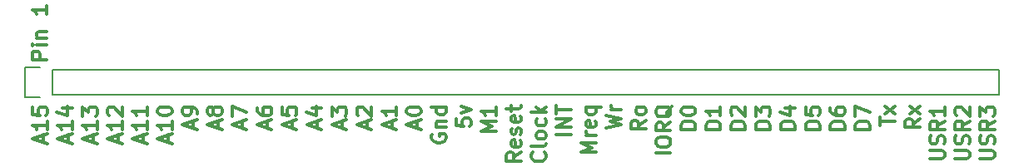
<source format=gto>
%TF.GenerationSoftware,KiCad,Pcbnew,5.1.6*%
%TF.CreationDate,2020-08-09T17:58:10+02:00*%
%TF.ProjectId,RC2014-Ethernet,52433230-3134-42d4-9574-6865726e6574,rev?*%
%TF.SameCoordinates,Original*%
%TF.FileFunction,Legend,Top*%
%TF.FilePolarity,Positive*%
%FSLAX46Y46*%
G04 Gerber Fmt 4.6, Leading zero omitted, Abs format (unit mm)*
G04 Created by KiCad (PCBNEW 5.1.6) date 2020-08-09 17:58:10*
%MOMM*%
%LPD*%
G01*
G04 APERTURE LIST*
%ADD10C,0.300000*%
%ADD11C,0.150000*%
G04 APERTURE END LIST*
D10*
X44292533Y-78096842D02*
X44292533Y-77382557D01*
X44718247Y-78239700D02*
X43228247Y-77739700D01*
X44718247Y-77239700D01*
X44718247Y-75953985D02*
X44718247Y-76811128D01*
X44718247Y-76382557D02*
X43228247Y-76382557D01*
X43441104Y-76525414D01*
X43583009Y-76668271D01*
X43653961Y-76811128D01*
X43228247Y-74596842D02*
X43228247Y-75311128D01*
X43937771Y-75382557D01*
X43866819Y-75311128D01*
X43795866Y-75168271D01*
X43795866Y-74811128D01*
X43866819Y-74668271D01*
X43937771Y-74596842D01*
X44079676Y-74525414D01*
X44434438Y-74525414D01*
X44576342Y-74596842D01*
X44647295Y-74668271D01*
X44718247Y-74811128D01*
X44718247Y-75168271D01*
X44647295Y-75311128D01*
X44576342Y-75382557D01*
X46827533Y-78096842D02*
X46827533Y-77382557D01*
X47253247Y-78239700D02*
X45763247Y-77739700D01*
X47253247Y-77239700D01*
X47253247Y-75953985D02*
X47253247Y-76811128D01*
X47253247Y-76382557D02*
X45763247Y-76382557D01*
X45976104Y-76525414D01*
X46118009Y-76668271D01*
X46188961Y-76811128D01*
X46259914Y-74668271D02*
X47253247Y-74668271D01*
X45692295Y-75025414D02*
X46756580Y-75382557D01*
X46756580Y-74453985D01*
X49362533Y-78096842D02*
X49362533Y-77382557D01*
X49788247Y-78239700D02*
X48298247Y-77739700D01*
X49788247Y-77239700D01*
X49788247Y-75953985D02*
X49788247Y-76811128D01*
X49788247Y-76382557D02*
X48298247Y-76382557D01*
X48511104Y-76525414D01*
X48653009Y-76668271D01*
X48723961Y-76811128D01*
X48298247Y-75453985D02*
X48298247Y-74525414D01*
X48865866Y-75025414D01*
X48865866Y-74811128D01*
X48936819Y-74668271D01*
X49007771Y-74596842D01*
X49149676Y-74525414D01*
X49504438Y-74525414D01*
X49646342Y-74596842D01*
X49717295Y-74668271D01*
X49788247Y-74811128D01*
X49788247Y-75239700D01*
X49717295Y-75382557D01*
X49646342Y-75453985D01*
X51897533Y-78096842D02*
X51897533Y-77382557D01*
X52323247Y-78239700D02*
X50833247Y-77739700D01*
X52323247Y-77239700D01*
X52323247Y-75953985D02*
X52323247Y-76811128D01*
X52323247Y-76382557D02*
X50833247Y-76382557D01*
X51046104Y-76525414D01*
X51188009Y-76668271D01*
X51258961Y-76811128D01*
X50975152Y-75382557D02*
X50904200Y-75311128D01*
X50833247Y-75168271D01*
X50833247Y-74811128D01*
X50904200Y-74668271D01*
X50975152Y-74596842D01*
X51117057Y-74525414D01*
X51258961Y-74525414D01*
X51471819Y-74596842D01*
X52323247Y-75453985D01*
X52323247Y-74525414D01*
X54432533Y-78096842D02*
X54432533Y-77382557D01*
X54858247Y-78239700D02*
X53368247Y-77739700D01*
X54858247Y-77239700D01*
X54858247Y-75953985D02*
X54858247Y-76811128D01*
X54858247Y-76382557D02*
X53368247Y-76382557D01*
X53581104Y-76525414D01*
X53723009Y-76668271D01*
X53793961Y-76811128D01*
X54858247Y-74525414D02*
X54858247Y-75382557D01*
X54858247Y-74953985D02*
X53368247Y-74953985D01*
X53581104Y-75096842D01*
X53723009Y-75239700D01*
X53793961Y-75382557D01*
X56967533Y-78096842D02*
X56967533Y-77382557D01*
X57393247Y-78239700D02*
X55903247Y-77739700D01*
X57393247Y-77239700D01*
X57393247Y-75953985D02*
X57393247Y-76811128D01*
X57393247Y-76382557D02*
X55903247Y-76382557D01*
X56116104Y-76525414D01*
X56258009Y-76668271D01*
X56328961Y-76811128D01*
X55903247Y-75025414D02*
X55903247Y-74882557D01*
X55974200Y-74739700D01*
X56045152Y-74668271D01*
X56187057Y-74596842D01*
X56470866Y-74525414D01*
X56825628Y-74525414D01*
X57109438Y-74596842D01*
X57251342Y-74668271D01*
X57322295Y-74739700D01*
X57393247Y-74882557D01*
X57393247Y-75025414D01*
X57322295Y-75168271D01*
X57251342Y-75239700D01*
X57109438Y-75311128D01*
X56825628Y-75382557D01*
X56470866Y-75382557D01*
X56187057Y-75311128D01*
X56045152Y-75239700D01*
X55974200Y-75168271D01*
X55903247Y-75025414D01*
X59502533Y-76668271D02*
X59502533Y-75953985D01*
X59928247Y-76811128D02*
X58438247Y-76311128D01*
X59928247Y-75811128D01*
X59928247Y-75239700D02*
X59928247Y-74953985D01*
X59857295Y-74811128D01*
X59786342Y-74739700D01*
X59573485Y-74596842D01*
X59289676Y-74525414D01*
X58722057Y-74525414D01*
X58580152Y-74596842D01*
X58509200Y-74668271D01*
X58438247Y-74811128D01*
X58438247Y-75096842D01*
X58509200Y-75239700D01*
X58580152Y-75311128D01*
X58722057Y-75382557D01*
X59076819Y-75382557D01*
X59218723Y-75311128D01*
X59289676Y-75239700D01*
X59360628Y-75096842D01*
X59360628Y-74811128D01*
X59289676Y-74668271D01*
X59218723Y-74596842D01*
X59076819Y-74525414D01*
X62037533Y-76668271D02*
X62037533Y-75953985D01*
X62463247Y-76811128D02*
X60973247Y-76311128D01*
X62463247Y-75811128D01*
X61611819Y-75096842D02*
X61540866Y-75239700D01*
X61469914Y-75311128D01*
X61328009Y-75382557D01*
X61257057Y-75382557D01*
X61115152Y-75311128D01*
X61044200Y-75239700D01*
X60973247Y-75096842D01*
X60973247Y-74811128D01*
X61044200Y-74668271D01*
X61115152Y-74596842D01*
X61257057Y-74525414D01*
X61328009Y-74525414D01*
X61469914Y-74596842D01*
X61540866Y-74668271D01*
X61611819Y-74811128D01*
X61611819Y-75096842D01*
X61682771Y-75239700D01*
X61753723Y-75311128D01*
X61895628Y-75382557D01*
X62179438Y-75382557D01*
X62321342Y-75311128D01*
X62392295Y-75239700D01*
X62463247Y-75096842D01*
X62463247Y-74811128D01*
X62392295Y-74668271D01*
X62321342Y-74596842D01*
X62179438Y-74525414D01*
X61895628Y-74525414D01*
X61753723Y-74596842D01*
X61682771Y-74668271D01*
X61611819Y-74811128D01*
X64572533Y-76668271D02*
X64572533Y-75953985D01*
X64998247Y-76811128D02*
X63508247Y-76311128D01*
X64998247Y-75811128D01*
X63508247Y-75453985D02*
X63508247Y-74453985D01*
X64998247Y-75096842D01*
X67107533Y-76668271D02*
X67107533Y-75953985D01*
X67533247Y-76811128D02*
X66043247Y-76311128D01*
X67533247Y-75811128D01*
X66043247Y-74668271D02*
X66043247Y-74953985D01*
X66114200Y-75096842D01*
X66185152Y-75168271D01*
X66398009Y-75311128D01*
X66681819Y-75382557D01*
X67249438Y-75382557D01*
X67391342Y-75311128D01*
X67462295Y-75239700D01*
X67533247Y-75096842D01*
X67533247Y-74811128D01*
X67462295Y-74668271D01*
X67391342Y-74596842D01*
X67249438Y-74525414D01*
X66894676Y-74525414D01*
X66752771Y-74596842D01*
X66681819Y-74668271D01*
X66610866Y-74811128D01*
X66610866Y-75096842D01*
X66681819Y-75239700D01*
X66752771Y-75311128D01*
X66894676Y-75382557D01*
X69642533Y-76668271D02*
X69642533Y-75953985D01*
X70068247Y-76811128D02*
X68578247Y-76311128D01*
X70068247Y-75811128D01*
X68578247Y-74596842D02*
X68578247Y-75311128D01*
X69287771Y-75382557D01*
X69216819Y-75311128D01*
X69145866Y-75168271D01*
X69145866Y-74811128D01*
X69216819Y-74668271D01*
X69287771Y-74596842D01*
X69429676Y-74525414D01*
X69784438Y-74525414D01*
X69926342Y-74596842D01*
X69997295Y-74668271D01*
X70068247Y-74811128D01*
X70068247Y-75168271D01*
X69997295Y-75311128D01*
X69926342Y-75382557D01*
X72177533Y-76668271D02*
X72177533Y-75953985D01*
X72603247Y-76811128D02*
X71113247Y-76311128D01*
X72603247Y-75811128D01*
X71609914Y-74668271D02*
X72603247Y-74668271D01*
X71042295Y-75025414D02*
X72106580Y-75382557D01*
X72106580Y-74453985D01*
X74712533Y-76668271D02*
X74712533Y-75953985D01*
X75138247Y-76811128D02*
X73648247Y-76311128D01*
X75138247Y-75811128D01*
X73648247Y-75453985D02*
X73648247Y-74525414D01*
X74215866Y-75025414D01*
X74215866Y-74811128D01*
X74286819Y-74668271D01*
X74357771Y-74596842D01*
X74499676Y-74525414D01*
X74854438Y-74525414D01*
X74996342Y-74596842D01*
X75067295Y-74668271D01*
X75138247Y-74811128D01*
X75138247Y-75239700D01*
X75067295Y-75382557D01*
X74996342Y-75453985D01*
X77247533Y-76668271D02*
X77247533Y-75953985D01*
X77673247Y-76811128D02*
X76183247Y-76311128D01*
X77673247Y-75811128D01*
X76325152Y-75382557D02*
X76254200Y-75311128D01*
X76183247Y-75168271D01*
X76183247Y-74811128D01*
X76254200Y-74668271D01*
X76325152Y-74596842D01*
X76467057Y-74525414D01*
X76608961Y-74525414D01*
X76821819Y-74596842D01*
X77673247Y-75453985D01*
X77673247Y-74525414D01*
X79782533Y-76668271D02*
X79782533Y-75953985D01*
X80208247Y-76811128D02*
X78718247Y-76311128D01*
X80208247Y-75811128D01*
X80208247Y-74525414D02*
X80208247Y-75382557D01*
X80208247Y-74953985D02*
X78718247Y-74953985D01*
X78931104Y-75096842D01*
X79073009Y-75239700D01*
X79143961Y-75382557D01*
X82317533Y-76668271D02*
X82317533Y-75953985D01*
X82743247Y-76811128D02*
X81253247Y-76311128D01*
X82743247Y-75811128D01*
X81253247Y-75025414D02*
X81253247Y-74882557D01*
X81324200Y-74739700D01*
X81395152Y-74668271D01*
X81537057Y-74596842D01*
X81820866Y-74525414D01*
X82175628Y-74525414D01*
X82459438Y-74596842D01*
X82601342Y-74668271D01*
X82672295Y-74739700D01*
X82743247Y-74882557D01*
X82743247Y-75025414D01*
X82672295Y-75168271D01*
X82601342Y-75239700D01*
X82459438Y-75311128D01*
X82175628Y-75382557D01*
X81820866Y-75382557D01*
X81537057Y-75311128D01*
X81395152Y-75239700D01*
X81324200Y-75168271D01*
X81253247Y-75025414D01*
X83859200Y-77311128D02*
X83788247Y-77453985D01*
X83788247Y-77668271D01*
X83859200Y-77882557D01*
X84001104Y-78025414D01*
X84143009Y-78096842D01*
X84426819Y-78168271D01*
X84639676Y-78168271D01*
X84923485Y-78096842D01*
X85065390Y-78025414D01*
X85207295Y-77882557D01*
X85278247Y-77668271D01*
X85278247Y-77525414D01*
X85207295Y-77311128D01*
X85136342Y-77239700D01*
X84639676Y-77239700D01*
X84639676Y-77525414D01*
X84284914Y-76596842D02*
X85278247Y-76596842D01*
X84426819Y-76596842D02*
X84355866Y-76525414D01*
X84284914Y-76382557D01*
X84284914Y-76168271D01*
X84355866Y-76025414D01*
X84497771Y-75953985D01*
X85278247Y-75953985D01*
X85278247Y-74596842D02*
X83788247Y-74596842D01*
X85207295Y-74596842D02*
X85278247Y-74739700D01*
X85278247Y-75025414D01*
X85207295Y-75168271D01*
X85136342Y-75239700D01*
X84994438Y-75311128D01*
X84568723Y-75311128D01*
X84426819Y-75239700D01*
X84355866Y-75168271D01*
X84284914Y-75025414D01*
X84284914Y-74739700D01*
X84355866Y-74596842D01*
X86323247Y-75739700D02*
X86323247Y-76453985D01*
X87032771Y-76525414D01*
X86961819Y-76453985D01*
X86890866Y-76311128D01*
X86890866Y-75953985D01*
X86961819Y-75811128D01*
X87032771Y-75739700D01*
X87174676Y-75668271D01*
X87529438Y-75668271D01*
X87671342Y-75739700D01*
X87742295Y-75811128D01*
X87813247Y-75953985D01*
X87813247Y-76311128D01*
X87742295Y-76453985D01*
X87671342Y-76525414D01*
X86819914Y-75168271D02*
X87813247Y-74811128D01*
X86819914Y-74453985D01*
X90348247Y-77025414D02*
X88858247Y-77025414D01*
X89922533Y-76525414D01*
X88858247Y-76025414D01*
X90348247Y-76025414D01*
X90348247Y-74525414D02*
X90348247Y-75382557D01*
X90348247Y-74953985D02*
X88858247Y-74953985D01*
X89071104Y-75096842D01*
X89213009Y-75239700D01*
X89283961Y-75382557D01*
X92883247Y-79168271D02*
X92173723Y-79668271D01*
X92883247Y-80025414D02*
X91393247Y-80025414D01*
X91393247Y-79453985D01*
X91464200Y-79311128D01*
X91535152Y-79239700D01*
X91677057Y-79168271D01*
X91889914Y-79168271D01*
X92031819Y-79239700D01*
X92102771Y-79311128D01*
X92173723Y-79453985D01*
X92173723Y-80025414D01*
X92812295Y-77953985D02*
X92883247Y-78096842D01*
X92883247Y-78382557D01*
X92812295Y-78525414D01*
X92670390Y-78596842D01*
X92102771Y-78596842D01*
X91960866Y-78525414D01*
X91889914Y-78382557D01*
X91889914Y-78096842D01*
X91960866Y-77953985D01*
X92102771Y-77882557D01*
X92244676Y-77882557D01*
X92386580Y-78596842D01*
X92812295Y-77311128D02*
X92883247Y-77168271D01*
X92883247Y-76882557D01*
X92812295Y-76739700D01*
X92670390Y-76668271D01*
X92599438Y-76668271D01*
X92457533Y-76739700D01*
X92386580Y-76882557D01*
X92386580Y-77096842D01*
X92315628Y-77239700D01*
X92173723Y-77311128D01*
X92102771Y-77311128D01*
X91960866Y-77239700D01*
X91889914Y-77096842D01*
X91889914Y-76882557D01*
X91960866Y-76739700D01*
X92812295Y-75453985D02*
X92883247Y-75596842D01*
X92883247Y-75882557D01*
X92812295Y-76025414D01*
X92670390Y-76096842D01*
X92102771Y-76096842D01*
X91960866Y-76025414D01*
X91889914Y-75882557D01*
X91889914Y-75596842D01*
X91960866Y-75453985D01*
X92102771Y-75382557D01*
X92244676Y-75382557D01*
X92386580Y-76096842D01*
X91889914Y-74953985D02*
X91889914Y-74382557D01*
X91393247Y-74739700D02*
X92670390Y-74739700D01*
X92812295Y-74668271D01*
X92883247Y-74525414D01*
X92883247Y-74382557D01*
X95276342Y-79168271D02*
X95347295Y-79239700D01*
X95418247Y-79453985D01*
X95418247Y-79596842D01*
X95347295Y-79811128D01*
X95205390Y-79953985D01*
X95063485Y-80025414D01*
X94779676Y-80096842D01*
X94566819Y-80096842D01*
X94283009Y-80025414D01*
X94141104Y-79953985D01*
X93999200Y-79811128D01*
X93928247Y-79596842D01*
X93928247Y-79453985D01*
X93999200Y-79239700D01*
X94070152Y-79168271D01*
X95418247Y-78311128D02*
X95347295Y-78453985D01*
X95205390Y-78525414D01*
X93928247Y-78525414D01*
X95418247Y-77525414D02*
X95347295Y-77668271D01*
X95276342Y-77739700D01*
X95134438Y-77811128D01*
X94708723Y-77811128D01*
X94566819Y-77739700D01*
X94495866Y-77668271D01*
X94424914Y-77525414D01*
X94424914Y-77311128D01*
X94495866Y-77168271D01*
X94566819Y-77096842D01*
X94708723Y-77025414D01*
X95134438Y-77025414D01*
X95276342Y-77096842D01*
X95347295Y-77168271D01*
X95418247Y-77311128D01*
X95418247Y-77525414D01*
X95347295Y-75739700D02*
X95418247Y-75882557D01*
X95418247Y-76168271D01*
X95347295Y-76311128D01*
X95276342Y-76382557D01*
X95134438Y-76453985D01*
X94708723Y-76453985D01*
X94566819Y-76382557D01*
X94495866Y-76311128D01*
X94424914Y-76168271D01*
X94424914Y-75882557D01*
X94495866Y-75739700D01*
X95418247Y-75096842D02*
X93928247Y-75096842D01*
X94850628Y-74953985D02*
X95418247Y-74525414D01*
X94424914Y-74525414D02*
X94992533Y-75096842D01*
X97953247Y-77311128D02*
X96463247Y-77311128D01*
X97953247Y-76596842D02*
X96463247Y-76596842D01*
X97953247Y-75739700D01*
X96463247Y-75739700D01*
X96463247Y-75239700D02*
X96463247Y-74382557D01*
X97953247Y-74811128D02*
X96463247Y-74811128D01*
X100488247Y-79168271D02*
X98998247Y-79168271D01*
X100062533Y-78668271D01*
X98998247Y-78168271D01*
X100488247Y-78168271D01*
X100488247Y-77453985D02*
X99494914Y-77453985D01*
X99778723Y-77453985D02*
X99636819Y-77382557D01*
X99565866Y-77311128D01*
X99494914Y-77168271D01*
X99494914Y-77025414D01*
X100417295Y-75953985D02*
X100488247Y-76096842D01*
X100488247Y-76382557D01*
X100417295Y-76525414D01*
X100275390Y-76596842D01*
X99707771Y-76596842D01*
X99565866Y-76525414D01*
X99494914Y-76382557D01*
X99494914Y-76096842D01*
X99565866Y-75953985D01*
X99707771Y-75882557D01*
X99849676Y-75882557D01*
X99991580Y-76596842D01*
X99494914Y-74596842D02*
X100984914Y-74596842D01*
X100417295Y-74596842D02*
X100488247Y-74739700D01*
X100488247Y-75025414D01*
X100417295Y-75168271D01*
X100346342Y-75239700D01*
X100204438Y-75311128D01*
X99778723Y-75311128D01*
X99636819Y-75239700D01*
X99565866Y-75168271D01*
X99494914Y-75025414D01*
X99494914Y-74739700D01*
X99565866Y-74596842D01*
X101533247Y-76668271D02*
X103023247Y-76311128D01*
X101958961Y-76025414D01*
X103023247Y-75739700D01*
X101533247Y-75382557D01*
X103023247Y-74811128D02*
X102029914Y-74811128D01*
X102313723Y-74811128D02*
X102171819Y-74739700D01*
X102100866Y-74668271D01*
X102029914Y-74525414D01*
X102029914Y-74382557D01*
X105558247Y-75882557D02*
X104848723Y-76382557D01*
X105558247Y-76739700D02*
X104068247Y-76739700D01*
X104068247Y-76168271D01*
X104139200Y-76025414D01*
X104210152Y-75953985D01*
X104352057Y-75882557D01*
X104564914Y-75882557D01*
X104706819Y-75953985D01*
X104777771Y-76025414D01*
X104848723Y-76168271D01*
X104848723Y-76739700D01*
X105558247Y-75025414D02*
X105487295Y-75168271D01*
X105416342Y-75239700D01*
X105274438Y-75311128D01*
X104848723Y-75311128D01*
X104706819Y-75239700D01*
X104635866Y-75168271D01*
X104564914Y-75025414D01*
X104564914Y-74811128D01*
X104635866Y-74668271D01*
X104706819Y-74596842D01*
X104848723Y-74525414D01*
X105274438Y-74525414D01*
X105416342Y-74596842D01*
X105487295Y-74668271D01*
X105558247Y-74811128D01*
X105558247Y-75025414D01*
X108093247Y-79239700D02*
X106603247Y-79239700D01*
X106603247Y-78239700D02*
X106603247Y-77953985D01*
X106674200Y-77811128D01*
X106816104Y-77668271D01*
X107099914Y-77596842D01*
X107596580Y-77596842D01*
X107880390Y-77668271D01*
X108022295Y-77811128D01*
X108093247Y-77953985D01*
X108093247Y-78239700D01*
X108022295Y-78382557D01*
X107880390Y-78525414D01*
X107596580Y-78596842D01*
X107099914Y-78596842D01*
X106816104Y-78525414D01*
X106674200Y-78382557D01*
X106603247Y-78239700D01*
X108093247Y-76096842D02*
X107383723Y-76596842D01*
X108093247Y-76953985D02*
X106603247Y-76953985D01*
X106603247Y-76382557D01*
X106674200Y-76239700D01*
X106745152Y-76168271D01*
X106887057Y-76096842D01*
X107099914Y-76096842D01*
X107241819Y-76168271D01*
X107312771Y-76239700D01*
X107383723Y-76382557D01*
X107383723Y-76953985D01*
X108235152Y-74453985D02*
X108164200Y-74596842D01*
X108022295Y-74739700D01*
X107809438Y-74953985D01*
X107738485Y-75096842D01*
X107738485Y-75239700D01*
X108093247Y-75168271D02*
X108022295Y-75311128D01*
X107880390Y-75453985D01*
X107596580Y-75525414D01*
X107099914Y-75525414D01*
X106816104Y-75453985D01*
X106674200Y-75311128D01*
X106603247Y-75168271D01*
X106603247Y-74882557D01*
X106674200Y-74739700D01*
X106816104Y-74596842D01*
X107099914Y-74525414D01*
X107596580Y-74525414D01*
X107880390Y-74596842D01*
X108022295Y-74739700D01*
X108093247Y-74882557D01*
X108093247Y-75168271D01*
X110628247Y-76811128D02*
X109138247Y-76811128D01*
X109138247Y-76453985D01*
X109209200Y-76239700D01*
X109351104Y-76096842D01*
X109493009Y-76025414D01*
X109776819Y-75953985D01*
X109989676Y-75953985D01*
X110273485Y-76025414D01*
X110415390Y-76096842D01*
X110557295Y-76239700D01*
X110628247Y-76453985D01*
X110628247Y-76811128D01*
X109138247Y-75025414D02*
X109138247Y-74882557D01*
X109209200Y-74739700D01*
X109280152Y-74668271D01*
X109422057Y-74596842D01*
X109705866Y-74525414D01*
X110060628Y-74525414D01*
X110344438Y-74596842D01*
X110486342Y-74668271D01*
X110557295Y-74739700D01*
X110628247Y-74882557D01*
X110628247Y-75025414D01*
X110557295Y-75168271D01*
X110486342Y-75239700D01*
X110344438Y-75311128D01*
X110060628Y-75382557D01*
X109705866Y-75382557D01*
X109422057Y-75311128D01*
X109280152Y-75239700D01*
X109209200Y-75168271D01*
X109138247Y-75025414D01*
X113163247Y-76811128D02*
X111673247Y-76811128D01*
X111673247Y-76453985D01*
X111744200Y-76239700D01*
X111886104Y-76096842D01*
X112028009Y-76025414D01*
X112311819Y-75953985D01*
X112524676Y-75953985D01*
X112808485Y-76025414D01*
X112950390Y-76096842D01*
X113092295Y-76239700D01*
X113163247Y-76453985D01*
X113163247Y-76811128D01*
X113163247Y-74525414D02*
X113163247Y-75382557D01*
X113163247Y-74953985D02*
X111673247Y-74953985D01*
X111886104Y-75096842D01*
X112028009Y-75239700D01*
X112098961Y-75382557D01*
X115698247Y-76811128D02*
X114208247Y-76811128D01*
X114208247Y-76453985D01*
X114279200Y-76239700D01*
X114421104Y-76096842D01*
X114563009Y-76025414D01*
X114846819Y-75953985D01*
X115059676Y-75953985D01*
X115343485Y-76025414D01*
X115485390Y-76096842D01*
X115627295Y-76239700D01*
X115698247Y-76453985D01*
X115698247Y-76811128D01*
X114350152Y-75382557D02*
X114279200Y-75311128D01*
X114208247Y-75168271D01*
X114208247Y-74811128D01*
X114279200Y-74668271D01*
X114350152Y-74596842D01*
X114492057Y-74525414D01*
X114633961Y-74525414D01*
X114846819Y-74596842D01*
X115698247Y-75453985D01*
X115698247Y-74525414D01*
X118233247Y-76811128D02*
X116743247Y-76811128D01*
X116743247Y-76453985D01*
X116814200Y-76239700D01*
X116956104Y-76096842D01*
X117098009Y-76025414D01*
X117381819Y-75953985D01*
X117594676Y-75953985D01*
X117878485Y-76025414D01*
X118020390Y-76096842D01*
X118162295Y-76239700D01*
X118233247Y-76453985D01*
X118233247Y-76811128D01*
X116743247Y-75453985D02*
X116743247Y-74525414D01*
X117310866Y-75025414D01*
X117310866Y-74811128D01*
X117381819Y-74668271D01*
X117452771Y-74596842D01*
X117594676Y-74525414D01*
X117949438Y-74525414D01*
X118091342Y-74596842D01*
X118162295Y-74668271D01*
X118233247Y-74811128D01*
X118233247Y-75239700D01*
X118162295Y-75382557D01*
X118091342Y-75453985D01*
X120768247Y-76811128D02*
X119278247Y-76811128D01*
X119278247Y-76453985D01*
X119349200Y-76239700D01*
X119491104Y-76096842D01*
X119633009Y-76025414D01*
X119916819Y-75953985D01*
X120129676Y-75953985D01*
X120413485Y-76025414D01*
X120555390Y-76096842D01*
X120697295Y-76239700D01*
X120768247Y-76453985D01*
X120768247Y-76811128D01*
X119774914Y-74668271D02*
X120768247Y-74668271D01*
X119207295Y-75025414D02*
X120271580Y-75382557D01*
X120271580Y-74453985D01*
X123303247Y-76811128D02*
X121813247Y-76811128D01*
X121813247Y-76453985D01*
X121884200Y-76239700D01*
X122026104Y-76096842D01*
X122168009Y-76025414D01*
X122451819Y-75953985D01*
X122664676Y-75953985D01*
X122948485Y-76025414D01*
X123090390Y-76096842D01*
X123232295Y-76239700D01*
X123303247Y-76453985D01*
X123303247Y-76811128D01*
X121813247Y-74596842D02*
X121813247Y-75311128D01*
X122522771Y-75382557D01*
X122451819Y-75311128D01*
X122380866Y-75168271D01*
X122380866Y-74811128D01*
X122451819Y-74668271D01*
X122522771Y-74596842D01*
X122664676Y-74525414D01*
X123019438Y-74525414D01*
X123161342Y-74596842D01*
X123232295Y-74668271D01*
X123303247Y-74811128D01*
X123303247Y-75168271D01*
X123232295Y-75311128D01*
X123161342Y-75382557D01*
X125838247Y-76811128D02*
X124348247Y-76811128D01*
X124348247Y-76453985D01*
X124419200Y-76239700D01*
X124561104Y-76096842D01*
X124703009Y-76025414D01*
X124986819Y-75953985D01*
X125199676Y-75953985D01*
X125483485Y-76025414D01*
X125625390Y-76096842D01*
X125767295Y-76239700D01*
X125838247Y-76453985D01*
X125838247Y-76811128D01*
X124348247Y-74668271D02*
X124348247Y-74953985D01*
X124419200Y-75096842D01*
X124490152Y-75168271D01*
X124703009Y-75311128D01*
X124986819Y-75382557D01*
X125554438Y-75382557D01*
X125696342Y-75311128D01*
X125767295Y-75239700D01*
X125838247Y-75096842D01*
X125838247Y-74811128D01*
X125767295Y-74668271D01*
X125696342Y-74596842D01*
X125554438Y-74525414D01*
X125199676Y-74525414D01*
X125057771Y-74596842D01*
X124986819Y-74668271D01*
X124915866Y-74811128D01*
X124915866Y-75096842D01*
X124986819Y-75239700D01*
X125057771Y-75311128D01*
X125199676Y-75382557D01*
X128373247Y-76811128D02*
X126883247Y-76811128D01*
X126883247Y-76453985D01*
X126954200Y-76239700D01*
X127096104Y-76096842D01*
X127238009Y-76025414D01*
X127521819Y-75953985D01*
X127734676Y-75953985D01*
X128018485Y-76025414D01*
X128160390Y-76096842D01*
X128302295Y-76239700D01*
X128373247Y-76453985D01*
X128373247Y-76811128D01*
X126883247Y-75453985D02*
X126883247Y-74453985D01*
X128373247Y-75096842D01*
X129418247Y-76453985D02*
X129418247Y-75596842D01*
X130908247Y-76025414D02*
X129418247Y-76025414D01*
X130908247Y-75239700D02*
X129914914Y-74453985D01*
X129914914Y-75239700D02*
X130908247Y-74453985D01*
X133443247Y-75739700D02*
X132733723Y-76239700D01*
X133443247Y-76596842D02*
X131953247Y-76596842D01*
X131953247Y-76025414D01*
X132024200Y-75882557D01*
X132095152Y-75811128D01*
X132237057Y-75739700D01*
X132449914Y-75739700D01*
X132591819Y-75811128D01*
X132662771Y-75882557D01*
X132733723Y-76025414D01*
X132733723Y-76596842D01*
X133443247Y-75239700D02*
X132449914Y-74453985D01*
X132449914Y-75239700D02*
X133443247Y-74453985D01*
X134488247Y-79811128D02*
X135694438Y-79811128D01*
X135836342Y-79739700D01*
X135907295Y-79668271D01*
X135978247Y-79525414D01*
X135978247Y-79239700D01*
X135907295Y-79096842D01*
X135836342Y-79025414D01*
X135694438Y-78953985D01*
X134488247Y-78953985D01*
X135907295Y-78311128D02*
X135978247Y-78096842D01*
X135978247Y-77739700D01*
X135907295Y-77596842D01*
X135836342Y-77525414D01*
X135694438Y-77453985D01*
X135552533Y-77453985D01*
X135410628Y-77525414D01*
X135339676Y-77596842D01*
X135268723Y-77739700D01*
X135197771Y-78025414D01*
X135126819Y-78168271D01*
X135055866Y-78239700D01*
X134913961Y-78311128D01*
X134772057Y-78311128D01*
X134630152Y-78239700D01*
X134559200Y-78168271D01*
X134488247Y-78025414D01*
X134488247Y-77668271D01*
X134559200Y-77453985D01*
X135978247Y-75953985D02*
X135268723Y-76453985D01*
X135978247Y-76811128D02*
X134488247Y-76811128D01*
X134488247Y-76239700D01*
X134559200Y-76096842D01*
X134630152Y-76025414D01*
X134772057Y-75953985D01*
X134984914Y-75953985D01*
X135126819Y-76025414D01*
X135197771Y-76096842D01*
X135268723Y-76239700D01*
X135268723Y-76811128D01*
X135978247Y-74525414D02*
X135978247Y-75382557D01*
X135978247Y-74953985D02*
X134488247Y-74953985D01*
X134701104Y-75096842D01*
X134843009Y-75239700D01*
X134913961Y-75382557D01*
X137023247Y-79811128D02*
X138229438Y-79811128D01*
X138371342Y-79739700D01*
X138442295Y-79668271D01*
X138513247Y-79525414D01*
X138513247Y-79239700D01*
X138442295Y-79096842D01*
X138371342Y-79025414D01*
X138229438Y-78953985D01*
X137023247Y-78953985D01*
X138442295Y-78311128D02*
X138513247Y-78096842D01*
X138513247Y-77739700D01*
X138442295Y-77596842D01*
X138371342Y-77525414D01*
X138229438Y-77453985D01*
X138087533Y-77453985D01*
X137945628Y-77525414D01*
X137874676Y-77596842D01*
X137803723Y-77739700D01*
X137732771Y-78025414D01*
X137661819Y-78168271D01*
X137590866Y-78239700D01*
X137448961Y-78311128D01*
X137307057Y-78311128D01*
X137165152Y-78239700D01*
X137094200Y-78168271D01*
X137023247Y-78025414D01*
X137023247Y-77668271D01*
X137094200Y-77453985D01*
X138513247Y-75953985D02*
X137803723Y-76453985D01*
X138513247Y-76811128D02*
X137023247Y-76811128D01*
X137023247Y-76239700D01*
X137094200Y-76096842D01*
X137165152Y-76025414D01*
X137307057Y-75953985D01*
X137519914Y-75953985D01*
X137661819Y-76025414D01*
X137732771Y-76096842D01*
X137803723Y-76239700D01*
X137803723Y-76811128D01*
X137165152Y-75382557D02*
X137094200Y-75311128D01*
X137023247Y-75168271D01*
X137023247Y-74811128D01*
X137094200Y-74668271D01*
X137165152Y-74596842D01*
X137307057Y-74525414D01*
X137448961Y-74525414D01*
X137661819Y-74596842D01*
X138513247Y-75453985D01*
X138513247Y-74525414D01*
X139558247Y-79811128D02*
X140764438Y-79811128D01*
X140906342Y-79739700D01*
X140977295Y-79668271D01*
X141048247Y-79525414D01*
X141048247Y-79239700D01*
X140977295Y-79096842D01*
X140906342Y-79025414D01*
X140764438Y-78953985D01*
X139558247Y-78953985D01*
X140977295Y-78311128D02*
X141048247Y-78096842D01*
X141048247Y-77739700D01*
X140977295Y-77596842D01*
X140906342Y-77525414D01*
X140764438Y-77453985D01*
X140622533Y-77453985D01*
X140480628Y-77525414D01*
X140409676Y-77596842D01*
X140338723Y-77739700D01*
X140267771Y-78025414D01*
X140196819Y-78168271D01*
X140125866Y-78239700D01*
X139983961Y-78311128D01*
X139842057Y-78311128D01*
X139700152Y-78239700D01*
X139629200Y-78168271D01*
X139558247Y-78025414D01*
X139558247Y-77668271D01*
X139629200Y-77453985D01*
X141048247Y-75953985D02*
X140338723Y-76453985D01*
X141048247Y-76811128D02*
X139558247Y-76811128D01*
X139558247Y-76239700D01*
X139629200Y-76096842D01*
X139700152Y-76025414D01*
X139842057Y-75953985D01*
X140054914Y-75953985D01*
X140196819Y-76025414D01*
X140267771Y-76096842D01*
X140338723Y-76239700D01*
X140338723Y-76811128D01*
X139558247Y-75453985D02*
X139558247Y-74525414D01*
X140125866Y-75025414D01*
X140125866Y-74811128D01*
X140196819Y-74668271D01*
X140267771Y-74596842D01*
X140409676Y-74525414D01*
X140764438Y-74525414D01*
X140906342Y-74596842D01*
X140977295Y-74668271D01*
X141048247Y-74811128D01*
X141048247Y-75239700D01*
X140977295Y-75382557D01*
X140906342Y-75453985D01*
X44658251Y-69702865D02*
X43158251Y-69702865D01*
X43158251Y-69131437D01*
X43229680Y-68988580D01*
X43301108Y-68917151D01*
X43443965Y-68845722D01*
X43658251Y-68845722D01*
X43801108Y-68917151D01*
X43872537Y-68988580D01*
X43943965Y-69131437D01*
X43943965Y-69702865D01*
X44658251Y-68202865D02*
X43658251Y-68202865D01*
X43158251Y-68202865D02*
X43229680Y-68274294D01*
X43301108Y-68202865D01*
X43229680Y-68131437D01*
X43158251Y-68202865D01*
X43301108Y-68202865D01*
X43658251Y-67488580D02*
X44658251Y-67488580D01*
X43801108Y-67488580D02*
X43729680Y-67417151D01*
X43658251Y-67274294D01*
X43658251Y-67060008D01*
X43729680Y-66917151D01*
X43872537Y-66845722D01*
X44658251Y-66845722D01*
X44658251Y-64202865D02*
X44658251Y-65060008D01*
X44658251Y-64631437D02*
X43158251Y-64631437D01*
X43372537Y-64774294D01*
X43515394Y-64917151D01*
X43586822Y-65060008D01*
D11*
%TO.C,*%
X42450000Y-73550000D02*
X42450000Y-70450000D01*
X44000000Y-73550000D02*
X42450000Y-73550000D01*
X45270000Y-70730000D02*
X45270000Y-73270000D01*
X42450000Y-70450000D02*
X44000000Y-70450000D01*
X141459800Y-70730000D02*
X45270000Y-70730000D01*
X141459800Y-73270000D02*
X141459800Y-70730000D01*
X45270000Y-73270000D02*
X141459800Y-73270000D01*
%TD*%
M02*

</source>
